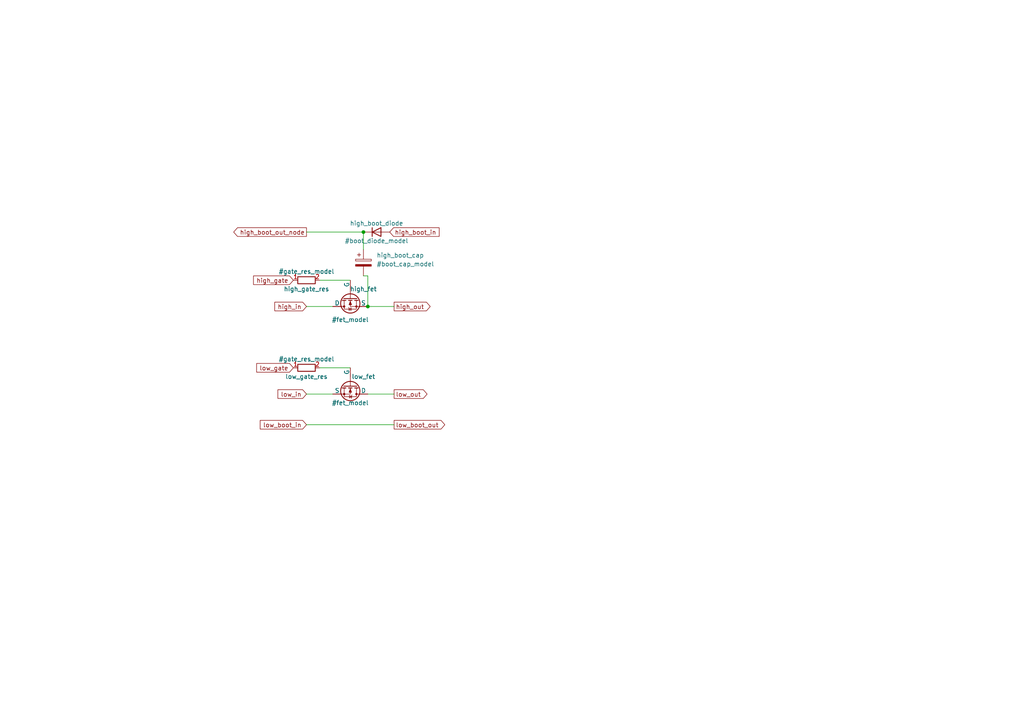
<source format=kicad_sch>
(kicad_sch (version 20211123) (generator eeschema)
  (paper "A4")
  (lib_symbols
    (symbol "Device:C_Polarized" (pin_numbers hide) (pin_names (offset 0.254))
      (property "Reference" "C" (at 0.635 2.54 0))
      (property "Value" "C_Polarized" (at 0.635 -2.54 0))
      (symbol "C_Polarized_0_1"
        (rectangle (start -2.286 0.508) (end 2.286 1.016))
        (polyline (pts (xy -1.778 2.286) (xy -0.762 2.286)))
        (polyline (pts (xy -1.27 2.794) (xy -1.27 1.778)))
        (rectangle (start 2.286 -0.508) (end -2.286 -1.016) (fill (type outline)))
      )
      (symbol "C_Polarized_1_1"
        (pin passive line (at 0 3.81 270) (length 2.794) (name "~") (number "1"))
        (pin passive line (at 0 -3.81 90) (length 2.794) (name "~") (number "2"))
      )
    )
    (symbol "Device:D" (pin_numbers hide) (pin_names (offset 1.016) hide)
      (property "Reference" "D" (at 0 2.54 0))
      (property "Value" "D" (at 0 -2.54 0))
      (symbol "D_0_1"
        (polyline (pts (xy -1.27 1.27) (xy -1.27 -1.27)) (stroke (width 0.254)))
        (polyline (pts (xy 1.27 0) (xy -1.27 0)))
        (polyline (pts (xy 1.27 1.27) (xy 1.27 -1.27) (xy -1.27 0) (xy 1.27 1.27)) (stroke (width 0.254)))
      )
      (symbol "D_1_1"
        (pin passive line (at -3.81 0 0) (length 2.54) (name "K") (number "1"))
        (pin passive line (at 3.81 0 180) (length 2.54) (name "A") (number "2"))
      )
    )
    (symbol "Device:Q_NMOS_DGS" (pin_numbers hide) (pin_names (offset 0))
      (property "Reference" "Q" (at 5.08 1.27 0))
      (property "Value" "Q_NMOS_DGS" (at 5.08 -1.27 0))
      (symbol "Q_NMOS_DGS_0_1"
        (polyline (pts (xy 0.254 0) (xy -2.54 0)))
        (polyline (pts (xy 0.254 1.905) (xy 0.254 -1.905)) (stroke (width 0.254)))
        (polyline (pts (xy 0.762 -1.27) (xy 0.762 -2.286)) (stroke (width 0.254)))
        (polyline (pts (xy 0.762 0.508) (xy 0.762 -0.508)) (stroke (width 0.254)))
        (polyline (pts (xy 0.762 2.286) (xy 0.762 1.27)) (stroke (width 0.254)))
        (polyline (pts (xy 2.54 2.54) (xy 2.54 1.778)))
        (polyline (pts (xy 2.54 -2.54) (xy 2.54 0) (xy 0.762 0)))
        (polyline (pts (xy 0.762 -1.778) (xy 3.302 -1.778) (xy 3.302 1.778) (xy 0.762 1.778)))
        (polyline (pts (xy 1.016 0) (xy 2.032 0.381) (xy 2.032 -0.381) (xy 1.016 0)) (fill (type outline)))
        (polyline (pts (xy 2.794 0.508) (xy 2.921 0.381) (xy 3.683 0.381) (xy 3.81 0.254)))
        (polyline (pts (xy 3.302 0.381) (xy 2.921 -0.254) (xy 3.683 -0.254) (xy 3.302 0.381)))
        (circle (center 1.651 0) (radius 2.794) (stroke (width 0.254)))
        (circle (center 2.54 -1.778) (radius 0.254) (fill (type outline)))
        (circle (center 2.54 1.778) (radius 0.254) (fill (type outline)))
      )
      (symbol "Q_NMOS_DGS_1_1"
        (pin passive line (at 2.54 5.08 270) (length 2.54) (name "D") (number "1"))
        (pin input line (at -5.08 0 0) (length 2.54) (name "G") (number "2"))
        (pin passive line (at 2.54 -5.08 90) (length 2.54) (name "S") (number "3"))
      )
    )
    (symbol "R_1" (pin_names (offset 0))
      (property "Reference" "R" (at 2.032 0 90))
      (property "Value" "R_1" (at 0 0 90))
      (symbol "R_1_0_1"
        (rectangle (start -1.016 -2.54) (end 1.016 2.54) (stroke (width 0.254)))
      )
      (symbol "R_1_1_1"
        (pin passive line (at 0 3.81 270) (length 1.27) (name "~") (number "1"))
        (pin passive line (at 0 -3.81 90) (length 1.27) (name "~") (number "2"))
      )
    )
  )
  (junction (at 106.68 88.9))
  (junction (at 105.41 67.31))
  (wire (pts (xy 105.41 67.31) (xy 105.41 72.39)))
  (wire (pts (xy 114.3 114.3) (xy 106.68 114.3)))
  (wire (pts (xy 88.9 67.31) (xy 105.41 67.31)))
  (wire (pts (xy 106.68 80.01) (xy 106.68 88.9)))
  (wire (pts (xy 88.9 114.3) (xy 96.52 114.3)))
  (wire (pts (xy 114.3 88.9) (xy 106.68 88.9)))
  (wire (pts (xy 92.71 106.68) (xy 101.6 106.68)))
  (wire (pts (xy 92.71 81.28) (xy 101.6 81.28)))
  (wire (pts (xy 105.41 80.01) (xy 106.68 80.01)))
  (wire (pts (xy 88.9 88.9) (xy 96.52 88.9)))
  (wire (pts (xy 88.9 123.19) (xy 114.3 123.19)))
  (global_label "low_boot_out" (shape output) (at 114.3 123.19 0) (property "Intersheet References" "${INTERSHEET_REFS}" (effects hide)))
  (global_label "high_boot_in" (shape input) (at 113.03 67.31 0) (property "Intersheet References" "${INTERSHEET_REFS}" (effects hide)))
  (global_label "low_gate" (shape input) (at 85.09 106.68 180) (property "Intersheet References" "${INTERSHEET_REFS}" (effects hide)))
  (global_label "low_out" (shape output) (at 114.3 114.3 0) (property "Intersheet References" "${INTERSHEET_REFS}" (effects hide)))
  (global_label "low_in" (shape input) (at 88.9 114.3 180) (property "Intersheet References" "${INTERSHEET_REFS}" (effects hide)))
  (global_label "high_gate" (shape input) (at 85.09 81.28 180) (property "Intersheet References" "${INTERSHEET_REFS}" (effects hide)))
  (global_label "high_in" (shape input) (at 88.9 88.9 180) (property "Intersheet References" "${INTERSHEET_REFS}" (effects hide)))
  (global_label "low_boot_in" (shape input) (at 88.9 123.19 180) (property "Intersheet References" "${INTERSHEET_REFS}" (effects hide)))
  (global_label "high_out" (shape output) (at 114.3 88.9 0) (property "Intersheet References" "${INTERSHEET_REFS}" (effects hide)))
  (global_label "high_boot_out_node" (shape output) (at 88.9 67.31 180) (property "Intersheet References" "${INTERSHEET_REFS}" (effects hide)))
  (symbol (lib_name "R_1") (lib_id "Device:R") (at 88.9 106.68 90) (unit 1)
    (property "Reference" "low_gate_res" (at 88.9 109.22 90))
    (property "Value" "#gate_res_model" (at 88.9 104.14 90))
  )
  (symbol (lib_id "Device:C_Polarized") (at 105.41 76.2 0) (unit 1)
    (property "Reference" "high_boot_cap" (at 109.22 74.0409 0) (effects (justify left)))
    (property "Value" "#boot_cap_model" (at 109.22 76.5809 0) (effects (justify left)))
  )
  (symbol (lib_id "Device:D") (at 109.22 67.31 0) (unit 1)
    (property "Reference" "high_boot_diode" (at 109.22 64.77 0))
    (property "Value" "#boot_diode_model" (at 109.22 69.85 0))
  )
  (symbol (lib_name "R_1") (lib_id "Device:R") (at 88.9 81.28 90) (unit 1)
    (property "Reference" "high_gate_res" (at 88.9 83.82 90))
    (property "Value" "#gate_res_model" (at 88.9 78.74 90))
  )
  (symbol (lib_id "Device:Q_NMOS_DGS") (at 101.6 86.36 90) (mirror x) (unit 1)
    (property "Reference" "high_fet" (at 105.41 83.82 90))
    (property "Value" "#fet_model" (at 101.6 92.71 90))
  )
  (symbol (lib_id "Device:Q_NMOS_DGS") (at 101.6 111.76 270) (unit 1)
    (property "Reference" "low_fet" (at 105.41 109.22 90))
    (property "Value" "#fet_model" (at 101.6 116.84 90))
  )
)
</source>
